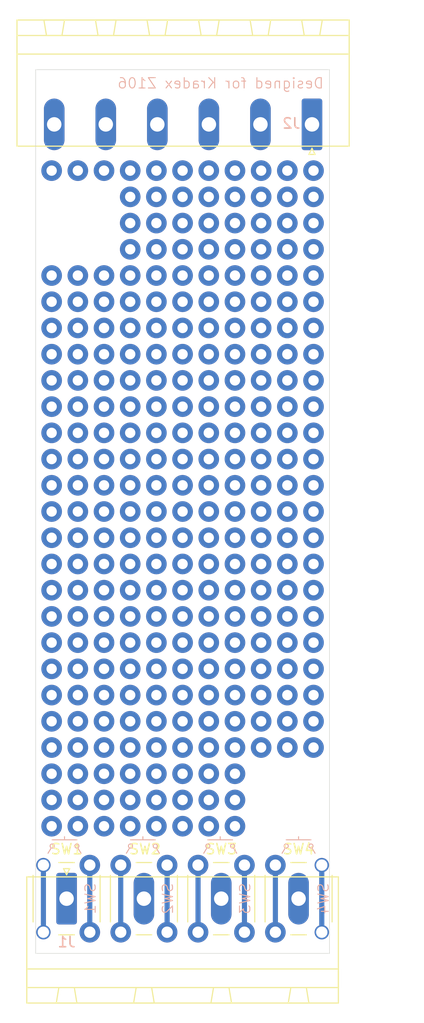
<source format=kicad_pcb>
(kicad_pcb (version 20240108) (generator "pcbnew") (generator_version "8.0")
  (layers (0 "F.Cu" signal) (31 "B.Cu" signal) (34 "B.Paste" user) (35 "F.Paste" user) (36 "B.SilkS" user "B.Silkscreen") (37 "F.SilkS" user "F.Silkscreen") (38 "B.Mask" user) (39 "F.Mask" user) (44 "Edge.Cuts" user))
  (net 0 "")
  (net 11 "unconnected-(SW1-A-Pad1)")
  (net 12 "unconnected-(SW1-B-Pad2)")
  (net 13 "unconnected-(SW2-A-Pad1)")
  (net 14 "unconnected-(SW2-B-Pad2)")
  (net 15 "unconnected-(SW3-A-Pad1)")
  (net 16 "unconnected-(SW3-B-Pad2)")
  (net 17 "unconnected-(SW4-B-Pad2)")
  (net 18 "unconnected-(SW4-A-Pad1)")
  (footprint "" (layer "F.Cu") (at 116.79 64.82)
    (property "Reference" "")
    (property "Value" "")
  )
  (footprint "" (layer "F.Cu") (at 114.25 41.96)
    (property "Reference" "")
    (property "Value" "")
  )
  (footprint "" (layer "F.Cu") (at 101.55 24.18)
    (property "Reference" "")
    (property "Value" "")
  )
  (footprint "" (layer "F.Cu") (at 114.25 36.88)
    (property "Reference" "")
    (property "Value" "")
  )
  (footprint "" (layer "F.Cu") (at 104.09 54.66)
    (property "Reference" "")
    (property "Value" "")
  )
  (footprint "" (layer "F.Cu") (at 121.87 67.36)
    (property "Reference" "")
    (property "Value" "")
  )
  (footprint "" (layer "F.Cu") (at 106.63 44.5)
    (property "Reference" "")
    (property "Value" "")
  )
  (footprint "" (layer "F.Cu") (at 114.25 87.68)
    (property "Reference" "")
    (property "Value" "")
  )
  (footprint "" (layer "F.Cu") (at 121.87 54.66)
    (property "Reference" "")
    (property "Value" "")
  )
  (footprint "" (layer "F.Cu") (at 119.33 49.58)
    (property "Reference" "")
    (property "Value" "")
  )
  (footprint "" (layer "F.Cu") (at 101.55 49.58)
    (property "Reference" "")
    (property "Value" "")
  )
  (footprint "" (layer "F.Cu") (at 111.71 85.14)
    (property "Reference" "")
    (property "Value" "")
  )
  (footprint "" (layer "F.Cu") (at 106.63 87.68)
    (property "Reference" "")
    (property "Value" "")
  )
  (footprint "" (layer "F.Cu") (at 126.95 52.12)
    (property "Reference" "")
    (property "Value" "")
  )
  (footprint "" (layer "F.Cu") (at 119.33 87.68)
    (property "Reference" "")
    (property "Value" "")
  )
  (footprint "" (layer "F.Cu") (at 106.63 67.36)
    (property "Reference" "")
    (property "Value" "")
  )
  (footprint "" (layer "F.Cu") (at 124.41 67.36)
    (property "Reference" "")
    (property "Value" "")
  )
  (footprint "" (layer "F.Cu") (at 104.09 36.88)
    (property "Reference" "")
    (property "Value" "")
  )
  (footprint "" (layer "F.Cu") (at 109.17 44.5)
    (property "Reference" "")
    (property "Value" "")
  )
  (footprint "" (layer "F.Cu") (at 111.71 26.72)
    (property "Reference" "")
    (property "Value" "")
  )
  (footprint "" (layer "F.Cu") (at 124.41 36.88)
    (property "Reference" "")
    (property "Value" "")
  )
  (footprint "" (layer "F.Cu") (at 106.63 62.28)
    (property "Reference" "")
    (property "Value" "")
  )
  (footprint "" (layer "F.Cu") (at 109.17 26.72)
    (property "Reference" "")
    (property "Value" "")
  )
  (footprint "" (layer "F.Cu") (at 114.25 52.12)
    (property "Reference" "")
    (property "Value" "")
  )
  (footprint "" (layer "F.Cu") (at 116.79 34.34)
    (property "Reference" "")
    (property "Value" "")
  )
  (footprint "" (layer "F.Cu") (at 106.63 85.14)
    (property "Reference" "")
    (property "Value" "")
  )
  (footprint "" (layer "F.Cu") (at 109.17 29.26)
    (property "Reference" "")
    (property "Value" "")
  )
  (footprint "" (layer "F.Cu") (at 124.41 54.66)
    (property "Reference" "")
    (property "Value" "")
  )
  (footprint "MountingHole:MountingHole_3.2mm_M3" (layer "F.Cu") (at 105.13 30.1)
    (property "Reference" "H1" (hide yes))
    (property "Value" "MountingHole" (hide yes))
  )
  (footprint "" (layer "F.Cu") (at 104.09 57.2)
    (property "Reference" "")
    (property "Value" "")
  )
  (footprint "" (layer "F.Cu") (at 109.17 34.34)
    (property "Reference" "")
    (property "Value" "")
  )
  (footprint "" (layer "F.Cu") (at 126.95 24.18)
    (property "Reference" "")
    (property "Value" "")
  )
  (footprint "Button_Switch_THT:SW_PUSH_6mm" (layer "F.Cu") (at 115.75 97.95 90)
    (property "Reference" "SW3")
    (property "Value" "SW_SPST")
  )
  (footprint "" (layer "F.Cu") (at 109.17 41.96)
    (property "Reference" "")
    (property "Value" "")
  )
  (footprint "" (layer "F.Cu") (at 104.09 62.28)
    (property "Reference" "")
    (property "Value" "")
  )
  (footprint "" (layer "F.Cu") (at 116.79 29.26)
    (property "Reference" "")
    (property "Value" "")
  )
  (footprint "" (layer "F.Cu") (at 119.33 69.9)
    (property "Reference" "")
    (property "Value" "")
  )
  (footprint "" (layer "F.Cu") (at 101.55 64.82)
    (property "Reference" "")
    (property "Value" "")
  )
  (footprint "" (layer "F.Cu") (at 119.33 24.18)
    (property "Reference" "")
    (property "Value" "")
  )
  (footprint "" (layer "F.Cu") (at 109.17 57.2)
    (property "Reference" "")
    (property "Value" "")
  )
  (footprint "Connector_Phoenix_GMSTB:PhoenixContact_GMSTBA_2,5_4-G_1x04_P7.50mm_Horizontal" (layer "F.Cu") (at 103 94.7)
    (property "Reference" "J1")
    (property "Value" "Terminalblock4")
  )
  (footprint "" (layer "F.Cu") (at 116.79 26.72)
    (property "Reference" "")
    (property "Value" "")
  )
  (footprint "" (layer "F.Cu") (at 116.79 31.8)
    (property "Reference" "")
    (property "Value" "")
  )
  (footprint "" (layer "F.Cu") (at 114.25 67.36)
    (property "Reference" "")
    (property "Value" "")
  )
  (footprint "" (layer "F.Cu") (at 109.17 49.58)
    (property "Reference" "")
    (property "Value" "")
  )
  (footprint "" (layer "F.Cu") (at 126.95 67.36)
    (property "Reference" "")
    (property "Value" "")
  )
  (footprint "" (layer "F.Cu") (at 106.63 74.98)
    (property "Reference" "")
    (property "Value" "")
  )
  (footprint "" (layer "F.Cu") (at 119.33 39.42)
    (property "Reference" "")
    (property "Value" "")
  )
  (footprint "" (layer "F.Cu") (at 119.33 52.12)
    (property "Reference" "")
    (property "Value" "")
  )
  (footprint "" (layer "F.Cu") (at 126.95 69.9)
    (property "Reference" "")
    (property "Value" "")
  )
  (footprint "" (layer "F.Cu") (at 106.63 64.82)
    (property "Reference" "")
    (property "Value" "")
  )
  (footprint "" (layer "F.Cu") (at 101.55 77.52)
    (property "Reference" "")
    (property "Value" "")
  )
  (footprint "" (layer "F.Cu") (at 104.09 59.74)
    (property "Reference" "")
    (property "Value" "")
  )
  (footprint "" (layer "F.Cu") (at 109.17 85.14)
    (property "Reference" "")
    (property "Value" "")
  )
  (footprint "" (layer "F.Cu") (at 109.17 77.52)
    (property "Reference" "")
    (property "Value" "")
  )
  (footprint "" (layer "F.Cu") (at 121.87 36.88)
    (property "Reference" "")
    (property "Value" "")
  )
  (footprint "" (layer "F.Cu") (at 114.25 44.5)
    (property "Reference" "")
    (property "Value" "")
  )
  (footprint "" (layer "F.Cu") (at 126.95 39.42)
    (property "Reference" "")
    (property "Value" "")
  )
  (footprint "Connector_Phoenix_MSTB:PhoenixContact_MSTBA_2,5_6-G_1x06_P5.00mm_Horizontal" (layer "F.Cu") (at 126.8 19.7 180)
    (property "Reference" "J2")
    (property "Value" "Terminalblock6")
  )
  (footprint "" (layer "F.Cu") (at 109.17 54.66)
    (property "Reference" "")
    (property "Value" "")
  )
  (footprint "" (layer "F.Cu") (at 121.87 24.18)
    (property "Reference" "")
    (property "Value" "")
  )
  (footprint "" (layer "F.Cu") (at 116.79 52.12)
    (property "Reference" "")
    (property "Value" "")
  )
  (footprint "" (layer "F.Cu") (at 109.17 67.36)
    (property "Reference" "")
    (property "Value" "")
  )
  (footprint "" (layer "F.Cu") (at 126.95 44.5)
    (property "Reference" "")
    (property "Value" "")
  )
  (footprint "" (layer "F.Cu") (at 101.55 85.14)
    (property "Reference" "")
    (property "Value" "")
  )
  (footprint "" (layer "F.Cu") (at 114.25 57.2)
    (property "Reference" "")
    (property "Value" "")
  )
  (footprint "" (layer "F.Cu") (at 124.41 62.28)
    (property "Reference" "")
    (property "Value" "")
  )
  (footprint "" (layer "F.Cu") (at 119.33 36.88)
    (property "Reference" "")
    (property "Value" "")
  )
  (footprint "" (layer "F.Cu") (at 111.71 52.12)
    (property "Reference" "")
    (property "Value" "")
  )
  (footprint "" (layer "F.Cu") (at 101.55 62.28)
    (property "Reference" "")
    (property "Value" "")
  )
  (footprint "" (layer "F.Cu") (at 126.95 77.52)
    (property "Reference" "")
    (property "Value" "")
  )
  (footprint "" (layer "F.Cu") (at 121.87 44.5)
    (property "Reference" "")
    (property "Value" "")
  )
  (footprint "" (layer "F.Cu") (at 126.95 49.58)
    (property "Reference" "")
    (property "Value" "")
  )
  (footprint "" (layer "F.Cu") (at 119.33 74.98)
    (property "Reference" "")
    (property "Value" "")
  )
  (footprint "" (layer "F.Cu") (at 101.55 74.98)
    (property "Reference" "")
    (property "Value" "")
  )
  (footprint "" (layer "F.Cu") (at 111.71 29.26)
    (property "Reference" "")
    (property "Value" "")
  )
  (footprint "" (layer "F.Cu") (at 101.55 54.66)
    (property "Reference" "")
    (property "Value" "")
  )
  (footprint "" (layer "F.Cu") (at 124.41 64.82)
    (property "Reference" "")
    (property "Value" "")
  )
  (footprint "" (layer "F.Cu") (at 106.63 82.6)
    (property "Reference" "")
    (property "Value" "")
  )
  (footprint "" (layer "F.Cu") (at 114.25 80.06)
    (property "Reference" "")
    (property "Value" "")
  )
  (footprint "" (layer "F.Cu") (at 119.33 54.66)
    (property "Reference" "")
    (property "Value" "")
  )
  (footprint "" (layer "F.Cu") (at 109.17 69.9)
    (property "Reference" "")
    (property "Value" "")
  )
  (footprint "" (layer "F.Cu") (at 116.79 57.2)
    (property "Reference" "")
    (property "Value" "")
  )
  (footprint "" (layer "F.Cu") (at 124.41 72.44)
    (property "Reference" "")
    (property "Value" "")
  )
  (footprint "" (layer "F.Cu") (at 104.09 52.12)
    (property "Reference" "")
    (property "Value" "")
  )
  (footprint "" (layer "F.Cu") (at 119.33 59.74)
    (property "Reference" "")
    (property "Value" "")
  )
  (footprint "" (layer "F.Cu") (at 116.79 54.66)
    (property "Reference" "")
    (property "Value" "")
  )
  (footprint "" (layer "F.Cu") (at 116.79 24.18)
    (property "Reference" "")
    (property "Value" "")
  )
  (footprint "" (layer "F.Cu") (at 116.79 41.96)
    (property "Reference" "")
    (property "Value" "")
  )
  (footprint "" (layer "F.Cu") (at 101.55 59.74)
    (property "Reference" "")
    (property "Value" "")
  )
  (footprint "" (layer "F.Cu") (at 119.33 67.36)
    (property "Reference" "")
    (property "Value" "")
  )
  (footprint "" (layer "F.Cu") (at 111.71 82.6)
    (property "Reference" "")
    (property "Value" "")
  )
  (footprint "" (layer "F.Cu") (at 126.95 59.74)
    (property "Reference" "")
    (property "Value" "")
  )
  (footprint "" (layer "F.Cu") (at 106.63 80.06)
    (property "Reference" "")
    (property "Value" "")
  )
  (footprint "" (layer "F.Cu") (at 109.17 36.88)
    (property "Reference" "")
    (property "Value" "")
  )
  (footprint "" (layer "F.Cu") (at 124.41 74.98)
    (property "Reference" "")
    (property "Value" "")
  )
  (footprint "" (layer "F.Cu") (at 116.79 44.5)
    (property "Reference" "")
    (property "Value" "")
  )
  (footprint "MountingHole:MountingHole_3.2mm_M3" (layer "F.Cu") (at 123.37 84.31)
    (property "Reference" "H2" (hide yes))
    (property "Value" "MountingHole" (hide yes))
  )
  (footprint "" (layer "F.Cu") (at 124.41 57.2)
    (property "Reference" "")
    (property "Value" "")
  )
  (footprint "" (layer "F.Cu") (at 109.17 47.04)
    (property "Reference" "")
    (property "Value" "")
  )
  (footprint "" (layer "F.Cu") (at 101.55 80.06)
    (property "Reference" "")
    (property "Value" "")
  )
  (footprint "" (layer "F.Cu") (at 126.95 57.2)
    (property "Reference" "")
    (property "Value" "")
  )
  (footprint "" (layer "F.Cu") (at 114.25 85.14)
    (property "Reference" "")
    (property "Value" "")
  )
  (footprint "" (layer "F.Cu") (at 124.41 31.8)
    (property "Reference" "")
    (property "Value" "")
  )
  (footprint "" (layer "F.Cu") (at 124.41 26.72)
    (property "Reference" "")
    (property "Value" "")
  )
  (footprint "" (layer "F.Cu") (at 126.95 72.44)
    (property "Reference" "")
    (property "Value" "")
  )
  (footprint "" (layer "F.Cu") (at 109.17 87.68)
    (property "Reference" "")
    (property "Value" "")
  )
  (footprint "" (layer "F.Cu") (at 109.17 62.28)
    (property "Reference" "")
    (property "Value" "")
  )
  (footprint "" (layer "F.Cu") (at 114.25 47.04)
    (property "Reference" "")
    (property "Value" "")
  )
  (footprint "" (layer "F.Cu") (at 109.17 72.44)
    (property "Reference" "")
    (property "Value" "")
  )
  (footprint "" (layer "F.Cu") (at 114.25 77.52)
    (property "Reference" "")
    (property "Value" "")
  )
  (footprint "" (layer "F.Cu") (at 124.41 24.18)
    (property "Reference" "")
    (property "Value" "")
  )
  (footprint "" (layer "F.Cu") (at 121.87 29.26)
    (property "Reference" "")
    (property "Value" "")
  )
  (footprint "" (layer "F.Cu") (at 121.87 41.96)
    (property "Reference" "")
    (property "Value" "")
  )
  (footprint "" (layer "F.Cu") (at 119.33 47.04)
    (property "Reference" "")
    (property "Value" "")
  )
  (footprint "" (layer "F.Cu") (at 101.55 52.12)
    (property "Reference" "")
    (property "Value" "")
  )
  (footprint "" (layer "F.Cu") (at 101.55 47.04)
    (property "Reference" "")
    (property "Value" "")
  )
  (footprint "" (layer "F.Cu") (at 114.25 74.98)
    (property "Reference" "")
    (property "Value" "")
  )
  (footprint "" (layer "F.Cu") (at 106.63 72.44)
    (property "Reference" "")
    (property "Value" "")
  )
  (footprint "" (layer "F.Cu") (at 104.09 72.44)
    (property "Reference" "")
    (property "Value" "")
  )
  (footprint "" (layer "F.Cu") (at 109.17 74.98)
    (property "Reference" "")
    (property "Value" "")
  )
  (footprint "" (layer "F.Cu") (at 109.17 52.12)
    (property "Reference" "")
    (property "Value" "")
  )
  (footprint "" (layer "F.Cu") (at 101.55 69.9)
    (property "Reference" "")
    (property "Value" "")
  )
  (footprint "" (layer "F.Cu") (at 124.41 69.9)
    (property "Reference" "")
    (property "Value" "")
  )
  (footprint "" (layer "F.Cu") (at 119.33 72.44)
    (property "Reference" "")
    (property "Value" "")
  )
  (footprint "" (layer "F.Cu") (at 106.63 57.2)
    (property "Reference" "")
    (property "Value" "")
  )
  (footprint "" (layer "F.Cu") (at 119.33 41.96)
    (property "Reference" "")
    (property "Value" "")
  )
  (footprint "" (layer "F.Cu") (at 121.87 57.2)
    (property "Reference" "")
    (property "Value" "")
  )
  (footprint "" (layer "F.Cu") (at 106.63 69.9)
    (property "Reference" "")
    (property "Value" "")
  )
  (footprint "" (layer "F.Cu") (at 111.71 54.66)
    (property "Reference" "")
    (property "Value" "")
  )
  (footprint "" (layer "F.Cu") (at 119.33 82.6)
    (property "Reference" "")
    (property "Value" "")
  )
  (footprint "" (layer "F.Cu") (at 104.09 39.42)
    (property "Reference" "")
    (property "Value" "")
  )
  (footprint "" (layer "F.Cu") (at 116.79 87.68)
    (property "Reference" "")
    (property "Value" "")
  )
  (footprint "" (layer "F.Cu") (at 119.33 26.72)
    (property "Reference" "")
    (property "Value" "")
  )
  (footprint "" (layer "F.Cu") (at 111.71 36.88)
    (property "Reference" "")
    (property "Value" "")
  )
  (footprint "" (layer "F.Cu") (at 111.71 59.74)
    (property "Reference" "")
    (property "Value" "")
  )
  (footprint "" (layer "F.Cu") (at 116.79 80.06)
    (property "Reference" "")
    (property "Value" "")
  )
  (footprint "" (layer "F.Cu") (at 126.95 26.72)
    (property "Reference" "")
    (property "Value" "")
  )
  (footprint "" (layer "F.Cu") (at 124.41 52.12)
    (property "Reference" "")
    (property "Value" "")
  )
  (footprint "" (layer "F.Cu") (at 121.87 77.52)
    (property "Reference" "")
    (property "Value" "")
  )
  (footprint "" (layer "F.Cu") (at 116.79 47.04)
    (property "Reference" "")
    (property "Value" "")
  )
  (footprint "" (layer "F.Cu") (at 124.41 41.96)
    (property "Reference" "")
    (property "Value" "")
  )
  (footprint "" (layer "F.Cu") (at 114.25 29.26)
    (property "Reference" "")
    (property "Value" "")
  )
  (footprint "" (layer "F.Cu") (at 106.63 49.58)
    (property "Reference" "")
    (property "Value" "")
  )
  (footprint "" (layer "F.Cu") (at 126.95 80.06)
    (property "Reference" "")
    (property "Value" "")
  )
  (footprint "" (layer "F.Cu") (at 114.25 82.6)
    (property "Reference" "")
    (property "Value" "")
  )
  (footprint "" (layer "F.Cu") (at 114.25 39.42)
    (property "Reference" "")
    (property "Value" "")
  )
  (footprint "" (layer "F.Cu") (at 116.79 82.6)
    (property "Reference" "")
    (property "Value" "")
  )
  (footprint "" (layer "F.Cu") (at 116.79 59.74)
    (property "Reference" "")
    (property "Value" "")
  )
  (footprint "" (layer "F.Cu") (at 106.63 47.04)
    (property "Reference" "")
    (property "Value" "")
  )
  (footprint "" (layer "F.Cu") (at 101.55 72.44)
    (property "Reference" "")
    (property "Value" "")
  )
  (footprint "" (layer "F.Cu") (at 119.33 29.26)
    (property "Reference" "")
    (property "Value" "")
  )
  (footprint "" (layer "F.Cu") (at 121.87 64.82)
    (property "Reference" "")
    (property "Value" "")
  )
  (footprint "" (layer "F.Cu") (at 119.33 77.52)
    (property "Reference" "")
    (property "Value" "")
  )
  (footprint "" (layer "F.Cu") (at 119.33 62.28)
    (property "Reference" "")
    (property "Value" "")
  )
  (footprint "" (layer "F.Cu") (at 104.09 44.5)
    (property "Reference" "")
    (property "Value" "")
  )
  (footprint "" (layer "F.Cu") (at 111.71 77.52)
    (property "Reference" "")
    (property "Value" "")
  )
  (footprint "" (layer "F.Cu") (at 111.71 31.8)
    (property "Reference" "")
    (property "Value" "")
  )
  (footprint "" (layer "F.Cu") (at 114.25 59.74)
    (property "Reference" "")
    (property "Value" "")
  )
  (footprint "" (layer "F.Cu") (at 116.79 39.42)
    (property "Reference" "")
    (property "Value" "")
  )
  (footprint "" (layer "F.Cu") (at 124.41 49.58)
    (property "Reference" "")
    (property "Value" "")
  )
  (footprint "" (layer "F.Cu") (at 116.79 72.44)
    (property "Reference" "")
    (property "Value" "")
  )
  (footprint "" (layer "F.Cu") (at 101.55 44.5)
    (property "Reference" "")
    (property "Value" "")
  )
  (footprint "" (layer "F.Cu") (at 101.55 67.36)
    (property "Reference" "")
    (property "Value" "")
  )
  (footprint "" (layer "F.Cu") (at 109.17 24.18)
    (property "Reference" "")
    (property "Value" "")
  )
  (footprint "" (layer "F.Cu") (at 104.09 74.98)
    (property "Reference" "")
    (property "Value" "")
  )
  (footprint "" (layer "F.Cu") (at 106.63 34.34)
    (property "Reference" "")
    (property "Value" "")
  )
  (footprint "" (layer "F.Cu") (at 111.71 24.18)
    (property "Reference" "")
    (property "Value" "")
  )
  (footprint "" (layer "F.Cu") (at 109.17 80.06)
    (property "Reference" "")
    (property "Value" "")
  )
  (footprint "" (layer "F.Cu") (at 126.95 62.28)
    (property "Reference" "")
    (property "Value" "")
  )
  (footprint "" (layer "F.Cu") (at 114.25 69.9)
    (property "Reference" "")
    (property "Value" "")
  )
  (footprint "" (layer "F.Cu") (at 124.41 29.26)
    (property "Reference" "")
    (property "Value" "")
  )
  (footprint "" (layer "F.Cu") (at 101.55 39.42)
    (property "Reference" "")
    (property "Value" "")
  )
  (footprint "" (layer "F.Cu") (at 111.71 57.2)
    (property "Reference" "")
    (property "Value" "")
  )
  (footprint "" (layer "F.Cu") (at 116.79 49.58)
    (property "Reference" "")
    (property "Value" "")
  )
  (footprint "" (layer "F.Cu") (at 119.33 80.06)
    (property "Reference" "")
    (property "Value" "")
  )
  (footprint "" (layer "F.Cu") (at 121.87 47.04)
    (property "Reference" "")
    (property "Value" "")
  )
  (footprint "" (layer "F.Cu") (at 121.87 59.74)
    (property "Reference" "")
    (property "Value" "")
  )
  (footprint "" (layer "F.Cu") (at 111.71 62.28)
    (property "Reference" "")
    (property "Value" "")
  )
  (footprint "" (layer "F.Cu") (at 121.87 62.28)
    (property "Reference" "")
    (property "Value" "")
  )
  (footprint "" (layer "F.Cu") (at 109.17 39.42)
    (property "Reference" "")
    (property "Value" "")
  )
  (footprint "" (layer "F.Cu") (at 111.71 67.36)
    (property "Reference" "")
    (property "Value" "")
  )
  (footprint "" (layer "F.Cu") (at 114.25 34.34)
    (property "Reference" "")
    (property "Value" "")
  )
  (footprint "" (layer "F.Cu") (at 114.25 72.44)
    (property "Reference" "")
    (property "Value" "")
  )
  (footprint "" (layer "F.Cu") (at 104.09 85.14)
    (property "Reference" "")
    (property "Value" "")
  )
  (footprint "Button_Switch_THT:SW_PUSH_6mm" (layer "F.Cu") (at 100.75 97.95 90)
    (property "Reference" "SW1")
    (property "Value" "SW_SPST")
  )
  (footprint "" (layer "F.Cu") (at 121.87 49.58)
    (property "Reference" "")
    (property "Value" "")
  )
  (footprint "" (layer "F.Cu") (at 101.55 34.34)
    (property "Reference" "")
    (property "Value" "")
  )
  (footprint "" (layer "F.Cu") (at 119.33 34.34)
    (property "Reference" "")
    (property "Value" "")
  )
  (footprint "" (layer "F.Cu") (at 111.71 44.5)
    (property "Reference" "")
    (property "Value" "")
  )
  (footprint "" (layer "F.Cu") (at 126.95 31.8)
    (property "Reference" "")
    (property "Value" "")
  )
  (footprint "" (layer "F.Cu") (at 106.63 36.88)
    (property "Reference" "")
    (property "Value" "")
  )
  (footprint "" (layer "F.Cu") (at 114.25 31.8)
    (property "Reference" "")
    (property "Value" "")
  )
  (footprint "" (layer "F.Cu") (at 104.09 47.04)
    (property "Reference" "")
    (property "Value" "")
  )
  (footprint "" (layer "F.Cu") (at 101.55 57.2)
    (property "Reference" "")
    (property "Value" "")
  )
  (footprint "" (layer "F.Cu") (at 124.41 77.52)
    (property "Reference" "")
    (property "Value" "")
  )
  (footprint "" (layer "F.Cu") (at 119.33 31.8)
    (property "Reference" "")
    (property "Value" "")
  )
  (footprint "Button_Switch_THT:SW_PUSH_6mm" (layer "F.Cu") (at 108.25 97.95 90)
    (property "Reference" "SW2")
    (property "Value" "SW_SPST")
  )
  (footprint "" (layer "F.Cu") (at 111.71 49.58)
    (property "Reference" "")
    (property "Value" "")
  )
  (footprint "" (layer "F.Cu") (at 121.87 72.44)
    (property "Reference" "")
    (property "Value" "")
  )
  (footprint "" (layer "F.Cu") (at 111.71 64.82)
    (property "Reference" "")
    (property "Value" "")
  )
  (footprint "" (layer "F.Cu") (at 111.71 87.68)
    (property "Reference" "")
    (property "Value" "")
  )
  (footprint "" (layer "F.Cu") (at 104.09 34.34)
    (property "Reference" "")
    (property "Value" "")
  )
  (footprint "" (layer "F.Cu") (at 111.71 72.44)
    (property "Reference" "")
    (property "Value" "")
  )
  (footprint "" (layer "F.Cu") (at 104.09 64.82)
    (property "Reference" "")
    (property "Value" "")
  )
  (footprint "" (layer "F.Cu") (at 116.79 77.52)
    (property "Reference" "")
    (property "Value" "")
  )
  (footprint "" (layer "F.Cu") (at 104.09 41.96)
    (property "Reference" "")
    (property "Value" "")
  )
  (footprint "" (layer "F.Cu") (at 114.25 26.72)
    (property "Reference" "")
    (property "Value" "")
  )
  (footprint "" (layer "F.Cu") (at 124.41 34.34)
    (property "Reference" "")
    (property "Value" "")
  )
  (footprint "" (layer "F.Cu") (at 111.71 69.9)
    (property "Reference" "")
    (property "Value" "")
  )
  (footprint "" (layer "F.Cu") (at 101.55 41.96)
    (property "Reference" "")
    (property "Value" "")
  )
  (footprint "" (layer "F.Cu") (at 101.55 82.6)
    (property "Reference" "")
    (property "Value" "")
  )
  (footprint "" (layer "F.Cu") (at 126.95 47.04)
    (property "Reference" "")
    (property "Value" "")
  )
  (footprint "" (layer "F.Cu") (at 116.79 85.14)
    (property "Reference" "")
    (property "Value" "")
  )
  (footprint "" (layer "F.Cu") (at 119.33 85.14)
    (property "Reference" "")
    (property "Value" "")
  )
  (footprint "" (layer "F.Cu") (at 114.25 62.28)
    (property "Reference" "")
    (property "Value" "")
  )
  (footprint "" (layer "F.Cu") (at 111.71 80.06)
    (property "Reference" "")
    (property "Value" "")
  )
  (footprint "" (layer "F.Cu") (at 114.25 24.18)
    (property "Reference" "")
    (property "Value" "")
  )
  (footprint "" (layer "F.Cu") (at 111.71 74.98)
    (property "Reference" "")
    (property "Value" "")
  )
  (footprint "" (layer "F.Cu") (at 126.95 64.82)
    (property "Reference" "")
    (property "Value" "")
  )
  (footprint "" (layer "F.Cu") (at 106.63 77.52)
    (property "Reference" "")
    (property "Value" "")
  )
  (footprint "" (layer "F.Cu") (at 124.41 59.74)
    (property "Reference" "")
    (property "Value" "")
  )
  (footprint "" (layer "F.Cu") (at 121.87 39.42)
    (property "Reference" "")
    (property "Value" "")
  )
  (footprint "" (layer "F.Cu") (at 109.17 59.74)
    (property "Reference" "")
    (property "Value" "")
  )
  (footprint "" (layer "F.Cu") (at 114.25 64.82)
    (property "Reference" "")
    (property "Value" "")
  )
  (footprint "" (layer "F.Cu") (at 106.63 59.74)
    (property "Reference" "")
    (property "Value" "")
  )
  (footprint "" (layer "F.Cu") (at 104.09 87.68)
    (property "Reference" "")
    (property "Value" "")
  )
  (footprint "" (layer "F.Cu") (at 121.87 31.8)
    (property "Reference" "")
    (property "Value" "")
  )
  (footprint "" (layer "F.Cu") (at 126.95 74.98)
    (property "Reference" "")
    (property "Value" "")
  )
  (footprint "" (layer "F.Cu") (at 104.09 80.06)
    (property "Reference" "")
    (property "Value" "")
  )
  (footprint "" (layer "F.Cu") (at 101.55 36.88)
    (property "Reference" "")
    (property "Value" "")
  )
  (footprint "" (layer "F.Cu") (at 124.41 80.06)
    (property "Reference" "")
    (property "Value" "")
  )
  (footprint "" (layer "F.Cu") (at 119.33 57.2)
    (property "Reference" "")
    (property "Value" "")
  )
  (footprint "" (layer "F.Cu") (at 121.87 52.12)
    (property "Reference" "")
    (property "Value" "")
  )
  (footprint "" (layer "F.Cu") (at 116.79 69.9)
    (property "Reference" "")
    (property "Value" "")
  )
  (footprint "" (layer "F.Cu") (at 106.63 24.18)
    (property "Reference" "")
    (property "Value" "")
  )
  (footprint "" (layer "F.Cu") (at 104.09 82.6)
    (property "Reference" "")
    (property "Value" "")
  )
  (footprint "" (layer "F.Cu") (at 114.25 54.66)
    (property "Reference" "")
    (property "Value" "")
  )
  (footprint "" (layer "F.Cu") (at 101.55 87.68)
    (property "Reference" "")
    (property "Value" "")
  )
  (footprint "" (layer "F.Cu") (at 116.79 67.36)
    (property "Reference" "")
    (property "Value" "")
  )
  (footprint "" (layer "F.Cu") (at 106.63 41.96)
    (property "Reference" "")
    (property "Value" "")
  )
  (footprint "" (layer "F.Cu") (at 121.87 26.72)
    (property "Reference" "")
    (property "Value" "")
  )
  (footprint "" (layer "F.Cu") (at 111.71 34.34)
    (property "Reference" "")
    (property "Value" "")
  )
  (footprint "" (layer "F.Cu") (at 124.41 39.42)
    (property "Reference" "")
    (property "Value" "")
  )
  (footprint "" (layer "F.Cu") (at 116.79 74.98)
    (property "Reference" "")
    (property "Value" "")
  )
  (footprint "" (layer "F.Cu") (at 126.95 41.96)
    (property "Reference" "")
    (property "Value" "")
  )
  (footprint "" (layer "F.Cu") (at 119.33 44.5)
    (property "Reference" "")
    (property "Value" "")
  )
  (footprint "" (layer "F.Cu") (at 124.41 44.5)
    (property "Reference" "")
    (property "Value" "")
  )
  (footprint "" (layer "F.Cu") (at 114.25 49.58)
    (property "Reference" "")
    (property "Value" "")
  )
  (footprint "" (layer "F.Cu") (at 126.95 36.88)
    (property "Reference" "")
    (property "Value" "")
  )
  (footprint "" (layer "F.Cu") (at 109.17 31.8)
    (property "Reference" "")
    (property "Value" "")
  )
  (footprint "" (layer "F.Cu") (at 111.71 39.42)
    (property "Reference" "")
    (property "Value" "")
  )
  (footprint "" (layer "F.Cu") (at 109.17 64.82)
    (property "Reference" "")
    (property "Value" "")
  )
  (footprint "" (layer "F.Cu") (at 106.63 39.42)
    (property "Reference" "")
    (property "Value" "")
  )
  (footprint "" (layer "F.Cu") (at 121.87 34.34)
    (property "Reference" "")
    (property "Value" "")
  )
  (footprint "" (layer "F.Cu") (at 119.33 64.82)
    (property "Reference" "")
    (property "Value" "")
  )
  (footprint "" (layer "F.Cu") (at 126.95 34.34)
    (property "Reference" "")
    (property "Value" "")
  )
  (footprint "" (layer "F.Cu") (at 116.79 36.88)
    (property "Reference" "")
    (property "Value" "")
  )
  (footprint "" (layer "F.Cu") (at 121.87 74.98)
    (property "Reference" "")
    (property "Value" "")
  )
  (footprint "" (layer "F.Cu") (at 106.63 52.12)
    (property "Reference" "")
    (property "Value" "")
  )
  (footprint "" (layer "F.Cu") (at 109.17 82.6)
    (property "Reference" "")
    (property "Value" "")
  )
  (footprint "" (layer "F.Cu") (at 121.87 69.9)
    (property "Reference" "")
    (property "Value" "")
  )
  (footprint "" (layer "F.Cu") (at 111.71 47.04)
    (property "Reference" "")
    (property "Value" "")
  )
  (footprint "" (layer "F.Cu") (at 104.09 77.52)
    (property "Reference" "")
    (property "Value" "")
  )
  (footprint "Button_Switch_THT:SW_PUSH_6mm" (layer "F.Cu") (at 123.25 97.95 90)
    (property "Reference" "SW4")
    (property "Value" "SW_SPST" (hide yes))
  )
  (footprint "" (layer "F.Cu") (at 126.95 54.66)
    (property "Reference" "")
    (property "Value" "")
  )
  (footprint "" (layer "F.Cu") (at 104.09 49.58)
    (property "Reference" "")
    (property "Value" "")
  )
  (footprint "" (layer "F.Cu") (at 116.79 62.28)
    (property "Reference" "")
    (property "Value" "")
  )
  (footprint "" (layer "F.Cu") (at 126.95 29.26)
    (property "Reference" "")
    (property "Value" "")
  )
  (footprint "" (layer "F.Cu") (at 104.09 24.18)
    (property "Reference" "")
    (property "Value" "")
  )
  (footprint "" (layer "F.Cu") (at 104.09 69.9)
    (property "Reference" "")
    (property "Value" "")
  )
  (footprint "" (layer "F.Cu") (at 111.71 41.96)
    (property "Reference" "")
    (property "Value" "")
  )
  (footprint "" (layer "F.Cu") (at 106.63 54.66)
    (property "Reference" "")
    (property "Value" "")
  )
  (footprint "" (layer "F.Cu") (at 121.87 80.06)
    (property "Reference" "")
    (property "Value" "")
  )
  (footprint "" (layer "F.Cu") (at 104.09 67.36)
    (property "Reference" "")
    (property "Value" "")
  )
  (footprint "" (layer "F.Cu") (at 124.41 47.04)
    (property "Reference" "")
    (property "Value" "")
  )
  (gr_circle (center 109.2 89.6) (end 109.2 89.8) (stroke (width 0.1)) (fill none) (layer "B.SilkS"))
  (gr_circle (center 101.6 89.6) (end 101.6 89.8) (stroke (width 0.1)) (fill none) (layer "B.SilkS"))
  (gr_line (start 110.4 89) (end 109.2 89) (stroke (width 0.1)) (layer "B.SilkS"))
  (gr_line (start 125.5 88.7) (end 125.5 89) (stroke (width 0.1)) (layer "B.SilkS"))
  (gr_circle (center 119.1 89.6) (end 119.1 89.8) (stroke (width 0.1)) (fill none) (layer "B.SilkS"))
  (gr_line (start 102.8 89) (end 101.6 89) (stroke (width 0.1)) (layer "B.SilkS"))
  (gr_line (start 119.2 89.8) (end 119.5 90.3) (stroke (width 0.1)) (layer "B.SilkS"))
  (gr_line (start 124.2 89.8) (end 123.9 90.3) (stroke (width 0.1)) (layer "B.SilkS"))
  (gr_circle (center 116.7 89.6) (end 116.7 89.8) (stroke (width 0.1)) (fill none) (layer "B.SilkS"))
  (gr_line (start 117.9 89) (end 116.7 89) (stroke (width 0.1)) (layer "B.SilkS"))
  (gr_line (start 125.5 89) (end 126.7 89) (stroke (width 0.1)) (layer "B.SilkS"))
  (gr_line (start 126.8 89.8) (end 127.1 90.3) (stroke (width 0.1)) (layer "B.SilkS"))
  (gr_circle (center 126.7 89.6) (end 126.7 89.8) (stroke (width 0.1)) (fill none) (layer "B.SilkS"))
  (gr_circle (center 124.3 89.6) (end 124.3 89.8) (stroke (width 0.1)) (fill none) (layer "B.SilkS"))
  (gr_line (start 110.4 88.7) (end 110.4 89) (stroke (width 0.1)) (layer "B.SilkS"))
  (gr_line (start 102.8 89) (end 104 89) (stroke (width 0.1)) (layer "B.SilkS"))
  (gr_line (start 117.9 89) (end 119.1 89) (stroke (width 0.1)) (layer "B.SilkS"))
  (gr_line (start 117.9 88.7) (end 117.9 89) (stroke (width 0.1)) (layer "B.SilkS"))
  (gr_line (start 116.6 89.8) (end 116.3 90.3) (stroke (width 0.1)) (layer "B.SilkS"))
  (gr_line (start 110.4 89) (end 111.6 89) (stroke (width 0.1)) (layer "B.SilkS"))
  (gr_line (start 111.7 89.8) (end 112 90.3) (stroke (width 0.1)) (layer "B.SilkS"))
  (gr_line (start 109.1 89.8) (end 108.8 90.3) (stroke (width 0.1)) (layer "B.SilkS"))
  (gr_line (start 104.1 89.8) (end 104.4 90.3) (stroke (width 0.1)) (layer "B.SilkS"))
  (gr_line (start 102.8 88.7) (end 102.8 89) (stroke (width 0.1)) (layer "B.SilkS"))
  (gr_line (start 125.5 89) (end 124.3 89) (stroke (width 0.1)) (layer "B.SilkS"))
  (gr_circle (center 111.6 89.6) (end 111.6 89.8) (stroke (width 0.1)) (fill none) (layer "B.SilkS"))
  (gr_line (start 101.5 89.8) (end 101.2 90.3) (stroke (width 0.1)) (layer "B.SilkS"))
  (gr_circle (center 104 89.6) (end 104 89.8) (stroke (width 0.1)) (fill none) (layer "B.SilkS"))
  (gr_rect (start 100 14.4) (end 128.5 100) (stroke (width 0.05)) (fill none) (layer "Edge.Cuts"))
  (gr_text "SW1" (at 105.9 93.1 90) (layer "B.SilkS") (effects (font (size 1 1) (thickness 0.1)) (justify left bottom mirror)))
  (gr_text "Designed for Kradex Z106" (at 128 16.3 0) (layer "B.SilkS") (effects (font (size 1 1) (thickness 0.1)) (justify left bottom mirror)))
  (gr_text "SW3" (at 120.9 93.1 90) (layer "B.SilkS") (effects (font (size 1 1) (thickness 0.1)) (justify left bottom mirror)))
  (gr_text "SW4" (at 128.5 93.1 90) (layer "B.SilkS") (effects (font (size 1 1) (thickness 0.1)) (justify left bottom mirror)))
  (gr_text "SW2" (at 113.4 93.1 90) (layer "B.SilkS") (effects (font (size 1 1) (thickness 0.1)) (justify left bottom mirror)))
  (segment (start 100.75 91.45) (end 100.75 97.95) (width 0.5) (layer "B.Cu") (net 11))
  (segment (start 105.25 91.45) (end 105.25 97.95) (width 0.5) (layer "B.Cu") (net 12))
  (segment (start 108.25 91.45) (end 108.25 97.95) (width 0.5) (layer "B.Cu") (net 13))
  (segment (start 112.75 91.45) (end 112.75 97.95) (width 0.5) (layer "B.Cu") (net 14))
  (segment (start 115.75 91.45) (end 115.75 97.95) (width 0.5) (layer "B.Cu") (net 15))
  (segment (start 120.25 91.45) (end 120.25 97.95) (width 0.5) (layer "B.Cu") (net 16))
  (segment (start 127.75 91.45) (end 127.75 97.95) (width 0.5) (layer "B.Cu") (net 17))
  (segment (start 123.25 91.45) (end 123.25 97.95) (width 0.5) (layer "B.Cu") (net 18))
)
</source>
